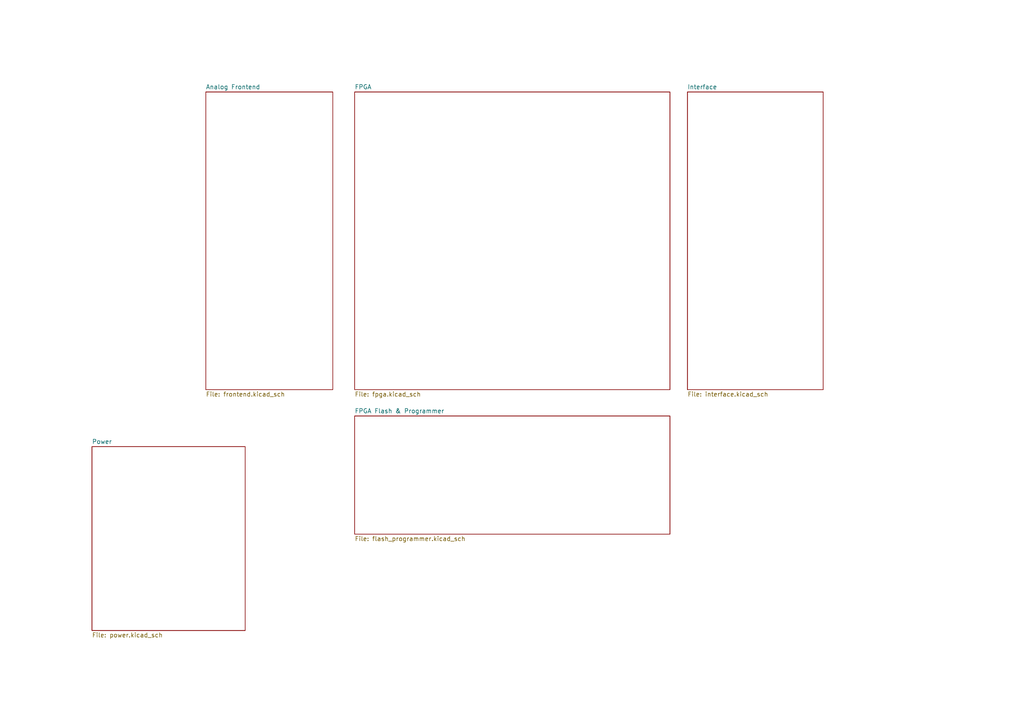
<source format=kicad_sch>
(kicad_sch
	(version 20231120)
	(generator "eeschema")
	(generator_version "8.0")
	(uuid "c852997f-c8a5-4cdd-a3d4-c0bafb22d199")
	(paper "A4")
	(lib_symbols)
	(sheet
		(at 199.39 26.67)
		(size 39.37 86.36)
		(fields_autoplaced yes)
		(stroke
			(width 0.1524)
			(type solid)
		)
		(fill
			(color 0 0 0 0.0000)
		)
		(uuid "372059e2-a505-4210-8230-fc7cd7c89e79")
		(property "Sheetname" "Interface"
			(at 199.39 25.9584 0)
			(effects
				(font
					(size 1.27 1.27)
				)
				(justify left bottom)
			)
		)
		(property "Sheetfile" "interface.kicad_sch"
			(at 199.39 113.6146 0)
			(effects
				(font
					(size 1.27 1.27)
				)
				(justify left top)
			)
		)
		(instances
			(project "srad_gnss_receiver"
				(path "/c852997f-c8a5-4cdd-a3d4-c0bafb22d199"
					(page "5")
				)
			)
		)
	)
	(sheet
		(at 102.87 26.67)
		(size 91.44 86.36)
		(fields_autoplaced yes)
		(stroke
			(width 0.1524)
			(type solid)
		)
		(fill
			(color 0 0 0 0.0000)
		)
		(uuid "7a79c89d-7a58-4cee-acef-21d38792f2d0")
		(property "Sheetname" "FPGA"
			(at 102.87 25.9584 0)
			(effects
				(font
					(size 1.27 1.27)
				)
				(justify left bottom)
			)
		)
		(property "Sheetfile" "fpga.kicad_sch"
			(at 102.87 113.6146 0)
			(effects
				(font
					(size 1.27 1.27)
				)
				(justify left top)
			)
		)
		(instances
			(project "srad_gnss_receiver"
				(path "/c852997f-c8a5-4cdd-a3d4-c0bafb22d199"
					(page "4")
				)
			)
		)
	)
	(sheet
		(at 102.87 120.65)
		(size 91.44 34.29)
		(fields_autoplaced yes)
		(stroke
			(width 0.1524)
			(type solid)
		)
		(fill
			(color 0 0 0 0.0000)
		)
		(uuid "85cdc918-0605-4b4b-b0f5-bde4893bc2c0")
		(property "Sheetname" "FPGA Flash & Programmer"
			(at 102.87 119.9384 0)
			(effects
				(font
					(size 1.27 1.27)
				)
				(justify left bottom)
			)
		)
		(property "Sheetfile" "flash_programmer.kicad_sch"
			(at 102.87 155.5246 0)
			(effects
				(font
					(size 1.27 1.27)
				)
				(justify left top)
			)
		)
		(instances
			(project "srad_gnss_receiver"
				(path "/c852997f-c8a5-4cdd-a3d4-c0bafb22d199"
					(page "6")
				)
			)
		)
	)
	(sheet
		(at 26.67 129.54)
		(size 44.45 53.34)
		(fields_autoplaced yes)
		(stroke
			(width 0.1524)
			(type solid)
		)
		(fill
			(color 0 0 0 0.0000)
		)
		(uuid "b56e8073-72a2-4835-ac6d-bcb1d26df184")
		(property "Sheetname" "Power"
			(at 26.67 128.8284 0)
			(effects
				(font
					(size 1.27 1.27)
				)
				(justify left bottom)
			)
		)
		(property "Sheetfile" "power.kicad_sch"
			(at 26.67 183.4646 0)
			(effects
				(font
					(size 1.27 1.27)
				)
				(justify left top)
			)
		)
		(instances
			(project "srad_gnss_receiver"
				(path "/c852997f-c8a5-4cdd-a3d4-c0bafb22d199"
					(page "2")
				)
			)
		)
	)
	(sheet
		(at 59.69 26.67)
		(size 36.83 86.36)
		(fields_autoplaced yes)
		(stroke
			(width 0.1524)
			(type solid)
		)
		(fill
			(color 0 0 0 0.0000)
		)
		(uuid "c9416278-0e55-439a-99c5-e563ce3112b0")
		(property "Sheetname" "Analog Frontend"
			(at 59.69 25.9584 0)
			(effects
				(font
					(size 1.27 1.27)
				)
				(justify left bottom)
			)
		)
		(property "Sheetfile" "frontend.kicad_sch"
			(at 59.69 113.6146 0)
			(effects
				(font
					(size 1.27 1.27)
				)
				(justify left top)
			)
		)
		(instances
			(project "srad_gnss_receiver"
				(path "/c852997f-c8a5-4cdd-a3d4-c0bafb22d199"
					(page "3")
				)
			)
		)
	)
	(sheet_instances
		(path "/"
			(page "1")
		)
	)
)

</source>
